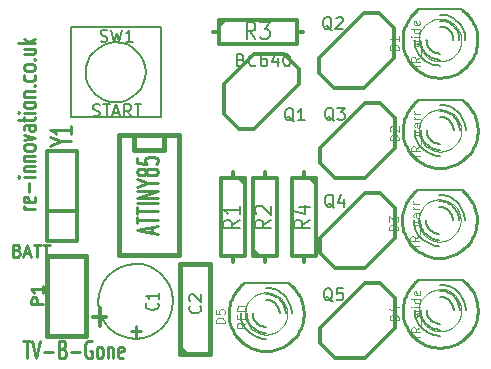
<source format=gto>
G04 (created by PCBNEW-RS274X (2011-12-21 BZR 3253)-stable) date 29/03/2012 15:53:19*
G01*
G70*
G90*
%MOIN*%
G04 Gerber Fmt 3.4, Leading zero omitted, Abs format*
%FSLAX34Y34*%
G04 APERTURE LIST*
%ADD10C,0.006000*%
%ADD11C,0.012000*%
%ADD12C,0.009900*%
%ADD13C,0.015000*%
%ADD14C,0.005000*%
%ADD15C,0.008000*%
%ADD16C,0.003000*%
%ADD17C,0.010000*%
%ADD18C,0.003500*%
%ADD19C,0.011300*%
%ADD20C,0.010600*%
G04 APERTURE END LIST*
G54D10*
G54D11*
X41122Y-31729D02*
X41579Y-31729D01*
X41350Y-32034D02*
X41350Y-31424D01*
G54D12*
X39209Y-28122D02*
X38815Y-28122D01*
X38927Y-28122D02*
X38871Y-28103D01*
X38843Y-28085D01*
X38815Y-28047D01*
X38815Y-28010D01*
X39181Y-27728D02*
X39209Y-27766D01*
X39209Y-27841D01*
X39181Y-27878D01*
X39124Y-27897D01*
X38899Y-27897D01*
X38843Y-27878D01*
X38815Y-27841D01*
X38815Y-27766D01*
X38843Y-27728D01*
X38899Y-27709D01*
X38955Y-27709D01*
X39012Y-27897D01*
X38984Y-27540D02*
X38984Y-27240D01*
X39209Y-27052D02*
X38815Y-27052D01*
X38618Y-27052D02*
X38646Y-27071D01*
X38674Y-27052D01*
X38646Y-27033D01*
X38618Y-27052D01*
X38674Y-27052D01*
X38815Y-26864D02*
X39209Y-26864D01*
X38871Y-26864D02*
X38843Y-26845D01*
X38815Y-26808D01*
X38815Y-26752D01*
X38843Y-26714D01*
X38899Y-26695D01*
X39209Y-26695D01*
X38815Y-26508D02*
X39209Y-26508D01*
X38871Y-26508D02*
X38843Y-26489D01*
X38815Y-26452D01*
X38815Y-26396D01*
X38843Y-26358D01*
X38899Y-26339D01*
X39209Y-26339D01*
X39209Y-26096D02*
X39181Y-26133D01*
X39152Y-26152D01*
X39096Y-26171D01*
X38927Y-26171D01*
X38871Y-26152D01*
X38843Y-26133D01*
X38815Y-26096D01*
X38815Y-26040D01*
X38843Y-26002D01*
X38871Y-25983D01*
X38927Y-25965D01*
X39096Y-25965D01*
X39152Y-25983D01*
X39181Y-26002D01*
X39209Y-26040D01*
X39209Y-26096D01*
X38815Y-25834D02*
X39209Y-25740D01*
X38815Y-25646D01*
X39209Y-25327D02*
X38899Y-25327D01*
X38843Y-25346D01*
X38815Y-25384D01*
X38815Y-25459D01*
X38843Y-25496D01*
X39181Y-25327D02*
X39209Y-25365D01*
X39209Y-25459D01*
X39181Y-25496D01*
X39124Y-25515D01*
X39068Y-25515D01*
X39012Y-25496D01*
X38984Y-25459D01*
X38984Y-25365D01*
X38955Y-25327D01*
X38815Y-25196D02*
X38815Y-25046D01*
X38618Y-25140D02*
X39124Y-25140D01*
X39181Y-25121D01*
X39209Y-25084D01*
X39209Y-25046D01*
X39209Y-24915D02*
X38815Y-24915D01*
X38618Y-24915D02*
X38646Y-24934D01*
X38674Y-24915D01*
X38646Y-24896D01*
X38618Y-24915D01*
X38674Y-24915D01*
X39209Y-24671D02*
X39181Y-24708D01*
X39152Y-24727D01*
X39096Y-24746D01*
X38927Y-24746D01*
X38871Y-24727D01*
X38843Y-24708D01*
X38815Y-24671D01*
X38815Y-24615D01*
X38843Y-24577D01*
X38871Y-24558D01*
X38927Y-24540D01*
X39096Y-24540D01*
X39152Y-24558D01*
X39181Y-24577D01*
X39209Y-24615D01*
X39209Y-24671D01*
X38815Y-24371D02*
X39209Y-24371D01*
X38871Y-24371D02*
X38843Y-24352D01*
X38815Y-24315D01*
X38815Y-24259D01*
X38843Y-24221D01*
X38899Y-24202D01*
X39209Y-24202D01*
X39152Y-24015D02*
X39181Y-23996D01*
X39209Y-24015D01*
X39181Y-24034D01*
X39152Y-24015D01*
X39209Y-24015D01*
X39181Y-23658D02*
X39209Y-23696D01*
X39209Y-23771D01*
X39181Y-23808D01*
X39152Y-23827D01*
X39096Y-23846D01*
X38927Y-23846D01*
X38871Y-23827D01*
X38843Y-23808D01*
X38815Y-23771D01*
X38815Y-23696D01*
X38843Y-23658D01*
X39209Y-23433D02*
X39181Y-23470D01*
X39152Y-23489D01*
X39096Y-23508D01*
X38927Y-23508D01*
X38871Y-23489D01*
X38843Y-23470D01*
X38815Y-23433D01*
X38815Y-23377D01*
X38843Y-23339D01*
X38871Y-23320D01*
X38927Y-23302D01*
X39096Y-23302D01*
X39152Y-23320D01*
X39181Y-23339D01*
X39209Y-23377D01*
X39209Y-23433D01*
X39152Y-23133D02*
X39181Y-23114D01*
X39209Y-23133D01*
X39181Y-23152D01*
X39152Y-23133D01*
X39209Y-23133D01*
X38815Y-22776D02*
X39209Y-22776D01*
X38815Y-22945D02*
X39124Y-22945D01*
X39181Y-22926D01*
X39209Y-22889D01*
X39209Y-22833D01*
X39181Y-22795D01*
X39152Y-22776D01*
X39209Y-22589D02*
X38618Y-22589D01*
X38984Y-22552D02*
X39209Y-22439D01*
X38815Y-22439D02*
X39040Y-22589D01*
X38812Y-32508D02*
X39037Y-32508D01*
X38924Y-33099D02*
X38924Y-32508D01*
X39112Y-32508D02*
X39243Y-33099D01*
X39374Y-32508D01*
X39506Y-32874D02*
X39806Y-32874D01*
X40125Y-32789D02*
X40181Y-32817D01*
X40200Y-32845D01*
X40219Y-32902D01*
X40219Y-32986D01*
X40200Y-33042D01*
X40181Y-33071D01*
X40144Y-33099D01*
X39994Y-33099D01*
X39994Y-32508D01*
X40125Y-32508D01*
X40163Y-32536D01*
X40181Y-32564D01*
X40200Y-32620D01*
X40200Y-32677D01*
X40181Y-32733D01*
X40163Y-32761D01*
X40125Y-32789D01*
X39994Y-32789D01*
X40388Y-32874D02*
X40688Y-32874D01*
X41082Y-32536D02*
X41045Y-32508D01*
X40988Y-32508D01*
X40932Y-32536D01*
X40895Y-32592D01*
X40876Y-32648D01*
X40857Y-32761D01*
X40857Y-32845D01*
X40876Y-32958D01*
X40895Y-33014D01*
X40932Y-33071D01*
X40988Y-33099D01*
X41026Y-33099D01*
X41082Y-33071D01*
X41101Y-33042D01*
X41101Y-32845D01*
X41026Y-32845D01*
X41326Y-33099D02*
X41289Y-33071D01*
X41270Y-33042D01*
X41251Y-32986D01*
X41251Y-32817D01*
X41270Y-32761D01*
X41289Y-32733D01*
X41326Y-32705D01*
X41382Y-32705D01*
X41420Y-32733D01*
X41439Y-32761D01*
X41457Y-32817D01*
X41457Y-32986D01*
X41439Y-33042D01*
X41420Y-33071D01*
X41382Y-33099D01*
X41326Y-33099D01*
X41626Y-32705D02*
X41626Y-33099D01*
X41626Y-32761D02*
X41645Y-32733D01*
X41682Y-32705D01*
X41738Y-32705D01*
X41776Y-32733D01*
X41795Y-32789D01*
X41795Y-33099D01*
X42132Y-33071D02*
X42094Y-33099D01*
X42019Y-33099D01*
X41982Y-33071D01*
X41963Y-33014D01*
X41963Y-32789D01*
X41982Y-32733D01*
X42019Y-32705D01*
X42094Y-32705D01*
X42132Y-32733D01*
X42151Y-32789D01*
X42151Y-32845D01*
X41963Y-32902D01*
G54D11*
X46510Y-25450D02*
X48010Y-23950D01*
X48010Y-23950D02*
X48010Y-23450D01*
X48010Y-23450D02*
X47510Y-22950D01*
X47510Y-22950D02*
X46510Y-22950D01*
X46510Y-22950D02*
X45510Y-23950D01*
X45510Y-23950D02*
X45510Y-24950D01*
X45510Y-24950D02*
X46010Y-25450D01*
X46010Y-25450D02*
X46510Y-25450D01*
G54D13*
X40900Y-32350D02*
X40900Y-29700D01*
X40900Y-29700D02*
X39600Y-29700D01*
X39600Y-29700D02*
X39600Y-32350D01*
X39600Y-32350D02*
X40900Y-32350D01*
X39600Y-29700D02*
X40900Y-29700D01*
X40900Y-32350D02*
X39600Y-32350D01*
G54D14*
X42885Y-23565D02*
X42865Y-23759D01*
X42809Y-23946D01*
X42717Y-24118D01*
X42594Y-24269D01*
X42444Y-24394D01*
X42272Y-24486D01*
X42086Y-24544D01*
X41891Y-24564D01*
X41698Y-24547D01*
X41511Y-24492D01*
X41338Y-24401D01*
X41186Y-24279D01*
X41060Y-24129D01*
X40966Y-23958D01*
X40907Y-23772D01*
X40886Y-23578D01*
X40902Y-23385D01*
X40956Y-23197D01*
X41045Y-23024D01*
X41166Y-22871D01*
X41315Y-22744D01*
X41485Y-22649D01*
X41671Y-22589D01*
X41865Y-22566D01*
X42058Y-22581D01*
X42246Y-22633D01*
X42420Y-22721D01*
X42574Y-22841D01*
X42702Y-22989D01*
X42798Y-23159D01*
X42860Y-23344D01*
X42884Y-23538D01*
X42885Y-23565D01*
X40385Y-22065D02*
X43385Y-22065D01*
X43385Y-22065D02*
X43385Y-25065D01*
X43385Y-25065D02*
X40385Y-25065D01*
X40385Y-22065D02*
X40385Y-25065D01*
G54D11*
X50200Y-30600D02*
X48700Y-32100D01*
X48700Y-32100D02*
X48700Y-32600D01*
X48700Y-32600D02*
X49200Y-33100D01*
X49200Y-33100D02*
X50200Y-33100D01*
X50200Y-33100D02*
X51200Y-32100D01*
X51200Y-32100D02*
X51200Y-31100D01*
X51200Y-31100D02*
X50700Y-30600D01*
X50700Y-30600D02*
X50200Y-30600D01*
G54D15*
X53450Y-24480D02*
X51950Y-24480D01*
G54D16*
X53407Y-25500D02*
X53393Y-25637D01*
X53353Y-25769D01*
X53288Y-25891D01*
X53201Y-25998D01*
X53095Y-26086D01*
X52973Y-26151D01*
X52842Y-26192D01*
X52704Y-26206D01*
X52568Y-26194D01*
X52436Y-26155D01*
X52313Y-26091D01*
X52206Y-26005D01*
X52117Y-25899D01*
X52051Y-25778D01*
X52009Y-25646D01*
X51994Y-25509D01*
X52005Y-25373D01*
X52043Y-25240D01*
X52106Y-25118D01*
X52192Y-25009D01*
X52297Y-24920D01*
X52417Y-24853D01*
X52549Y-24810D01*
X52686Y-24794D01*
X52822Y-24804D01*
X52955Y-24841D01*
X53078Y-24904D01*
X53187Y-24989D01*
X53277Y-25093D01*
X53345Y-25213D01*
X53389Y-25344D01*
X53406Y-25481D01*
X53407Y-25500D01*
G54D17*
X51950Y-24501D02*
X51866Y-24570D01*
X51788Y-24646D01*
X51717Y-24729D01*
X51653Y-24818D01*
X51598Y-24912D01*
X51551Y-25010D01*
X51512Y-25112D01*
X51483Y-25217D01*
X51463Y-25324D01*
X51452Y-25433D01*
X51451Y-25541D01*
X51460Y-25650D01*
X51477Y-25757D01*
X51504Y-25863D01*
X51541Y-25966D01*
X51586Y-26065D01*
X51639Y-26160D01*
X51701Y-26250D01*
X51770Y-26334D01*
X51846Y-26412D01*
X51929Y-26483D01*
X52018Y-26547D01*
X52112Y-26602D01*
X52210Y-26649D01*
X52312Y-26688D01*
X52417Y-26717D01*
X52524Y-26737D01*
X52633Y-26748D01*
X52741Y-26749D01*
X52850Y-26740D01*
X52957Y-26723D01*
X53063Y-26696D01*
X53166Y-26659D01*
X53265Y-26614D01*
X53360Y-26561D01*
X53450Y-26499D01*
X53534Y-26430D01*
X53612Y-26354D01*
X53683Y-26271D01*
X53747Y-26182D01*
X53802Y-26088D01*
X53849Y-25990D01*
X53888Y-25888D01*
X53917Y-25783D01*
X53937Y-25676D01*
X53948Y-25567D01*
X53949Y-25459D01*
X53940Y-25350D01*
X53923Y-25243D01*
X53896Y-25137D01*
X53859Y-25034D01*
X53814Y-24935D01*
X53761Y-24840D01*
X53699Y-24750D01*
X53630Y-24666D01*
X53554Y-24588D01*
X53471Y-24517D01*
X53450Y-24501D01*
G54D10*
X52250Y-25500D02*
X52252Y-25539D01*
X52257Y-25578D01*
X52266Y-25616D01*
X52278Y-25653D01*
X52293Y-25690D01*
X52311Y-25724D01*
X52332Y-25758D01*
X52356Y-25789D01*
X52382Y-25818D01*
X52411Y-25844D01*
X52442Y-25868D01*
X52476Y-25889D01*
X52510Y-25907D01*
X52547Y-25922D01*
X52584Y-25934D01*
X52622Y-25943D01*
X52661Y-25948D01*
X52700Y-25950D01*
X53150Y-25500D02*
X53148Y-25461D01*
X53143Y-25422D01*
X53134Y-25384D01*
X53122Y-25347D01*
X53107Y-25310D01*
X53089Y-25276D01*
X53068Y-25242D01*
X53044Y-25211D01*
X53018Y-25182D01*
X52989Y-25156D01*
X52958Y-25132D01*
X52925Y-25111D01*
X52890Y-25093D01*
X52853Y-25078D01*
X52816Y-25066D01*
X52778Y-25057D01*
X52739Y-25052D01*
X52700Y-25050D01*
X52050Y-25500D02*
X52053Y-25556D01*
X52060Y-25612D01*
X52073Y-25668D01*
X52090Y-25722D01*
X52111Y-25774D01*
X52138Y-25824D01*
X52168Y-25872D01*
X52203Y-25917D01*
X52241Y-25959D01*
X52283Y-25997D01*
X52328Y-26032D01*
X52376Y-26062D01*
X52426Y-26089D01*
X52478Y-26110D01*
X52532Y-26127D01*
X52588Y-26140D01*
X52644Y-26147D01*
X52700Y-26150D01*
X53350Y-25500D02*
X53347Y-25444D01*
X53340Y-25388D01*
X53327Y-25332D01*
X53310Y-25278D01*
X53289Y-25226D01*
X53262Y-25176D01*
X53232Y-25128D01*
X53197Y-25083D01*
X53159Y-25041D01*
X53117Y-25003D01*
X53072Y-24968D01*
X53025Y-24938D01*
X52974Y-24911D01*
X52922Y-24890D01*
X52868Y-24873D01*
X52812Y-24860D01*
X52756Y-24853D01*
X52700Y-24850D01*
X51850Y-25500D02*
X51854Y-25574D01*
X51863Y-25647D01*
X51879Y-25719D01*
X51902Y-25790D01*
X51930Y-25859D01*
X51964Y-25924D01*
X52004Y-25987D01*
X52049Y-26046D01*
X52099Y-26101D01*
X52154Y-26151D01*
X52213Y-26196D01*
X52276Y-26236D01*
X52341Y-26270D01*
X52410Y-26298D01*
X52481Y-26321D01*
X52553Y-26337D01*
X52626Y-26346D01*
X52700Y-26350D01*
X53550Y-25500D02*
X53546Y-25426D01*
X53537Y-25353D01*
X53521Y-25281D01*
X53498Y-25210D01*
X53470Y-25141D01*
X53436Y-25076D01*
X53396Y-25013D01*
X53351Y-24954D01*
X53301Y-24899D01*
X53246Y-24849D01*
X53187Y-24804D01*
X53125Y-24764D01*
X53059Y-24730D01*
X52990Y-24702D01*
X52919Y-24679D01*
X52847Y-24663D01*
X52774Y-24654D01*
X52700Y-24650D01*
G54D13*
X43500Y-25650D02*
X43500Y-26150D01*
X43500Y-26150D02*
X42500Y-26150D01*
X42500Y-26150D02*
X42500Y-25650D01*
X44000Y-25650D02*
X44000Y-29650D01*
X44000Y-29650D02*
X42000Y-29650D01*
X42000Y-29650D02*
X42000Y-25650D01*
X42000Y-25650D02*
X44000Y-25650D01*
G54D14*
X43800Y-31200D02*
X43776Y-31442D01*
X43705Y-31676D01*
X43591Y-31891D01*
X43436Y-32080D01*
X43248Y-32236D01*
X43034Y-32352D01*
X42801Y-32424D01*
X42558Y-32449D01*
X42316Y-32427D01*
X42082Y-32358D01*
X41866Y-32245D01*
X41676Y-32093D01*
X41519Y-31906D01*
X41402Y-31692D01*
X41328Y-31459D01*
X41301Y-31217D01*
X41321Y-30975D01*
X41388Y-30740D01*
X41500Y-30523D01*
X41651Y-30332D01*
X41837Y-30174D01*
X42050Y-30055D01*
X42282Y-29980D01*
X42524Y-29951D01*
X42767Y-29969D01*
X43002Y-30035D01*
X43219Y-30145D01*
X43412Y-30295D01*
X43571Y-30480D01*
X43691Y-30692D01*
X43768Y-30924D01*
X43799Y-31166D01*
X43800Y-31200D01*
G54D15*
X53425Y-27480D02*
X51925Y-27480D01*
G54D16*
X53382Y-28500D02*
X53368Y-28637D01*
X53328Y-28769D01*
X53263Y-28891D01*
X53176Y-28998D01*
X53070Y-29086D01*
X52948Y-29151D01*
X52817Y-29192D01*
X52679Y-29206D01*
X52543Y-29194D01*
X52411Y-29155D01*
X52288Y-29091D01*
X52181Y-29005D01*
X52092Y-28899D01*
X52026Y-28778D01*
X51984Y-28646D01*
X51969Y-28509D01*
X51980Y-28373D01*
X52018Y-28240D01*
X52081Y-28118D01*
X52167Y-28009D01*
X52272Y-27920D01*
X52392Y-27853D01*
X52524Y-27810D01*
X52661Y-27794D01*
X52797Y-27804D01*
X52930Y-27841D01*
X53053Y-27904D01*
X53162Y-27989D01*
X53252Y-28093D01*
X53320Y-28213D01*
X53364Y-28344D01*
X53381Y-28481D01*
X53382Y-28500D01*
G54D17*
X51925Y-27501D02*
X51841Y-27570D01*
X51763Y-27646D01*
X51692Y-27729D01*
X51628Y-27818D01*
X51573Y-27912D01*
X51526Y-28010D01*
X51487Y-28112D01*
X51458Y-28217D01*
X51438Y-28324D01*
X51427Y-28433D01*
X51426Y-28541D01*
X51435Y-28650D01*
X51452Y-28757D01*
X51479Y-28863D01*
X51516Y-28966D01*
X51561Y-29065D01*
X51614Y-29160D01*
X51676Y-29250D01*
X51745Y-29334D01*
X51821Y-29412D01*
X51904Y-29483D01*
X51993Y-29547D01*
X52087Y-29602D01*
X52185Y-29649D01*
X52287Y-29688D01*
X52392Y-29717D01*
X52499Y-29737D01*
X52608Y-29748D01*
X52716Y-29749D01*
X52825Y-29740D01*
X52932Y-29723D01*
X53038Y-29696D01*
X53141Y-29659D01*
X53240Y-29614D01*
X53335Y-29561D01*
X53425Y-29499D01*
X53509Y-29430D01*
X53587Y-29354D01*
X53658Y-29271D01*
X53722Y-29182D01*
X53777Y-29088D01*
X53824Y-28990D01*
X53863Y-28888D01*
X53892Y-28783D01*
X53912Y-28676D01*
X53923Y-28567D01*
X53924Y-28459D01*
X53915Y-28350D01*
X53898Y-28243D01*
X53871Y-28137D01*
X53834Y-28034D01*
X53789Y-27935D01*
X53736Y-27840D01*
X53674Y-27750D01*
X53605Y-27666D01*
X53529Y-27588D01*
X53446Y-27517D01*
X53425Y-27501D01*
G54D10*
X52225Y-28500D02*
X52227Y-28539D01*
X52232Y-28578D01*
X52241Y-28616D01*
X52253Y-28653D01*
X52268Y-28690D01*
X52286Y-28724D01*
X52307Y-28758D01*
X52331Y-28789D01*
X52357Y-28818D01*
X52386Y-28844D01*
X52417Y-28868D01*
X52451Y-28889D01*
X52485Y-28907D01*
X52522Y-28922D01*
X52559Y-28934D01*
X52597Y-28943D01*
X52636Y-28948D01*
X52675Y-28950D01*
X53125Y-28500D02*
X53123Y-28461D01*
X53118Y-28422D01*
X53109Y-28384D01*
X53097Y-28347D01*
X53082Y-28310D01*
X53064Y-28276D01*
X53043Y-28242D01*
X53019Y-28211D01*
X52993Y-28182D01*
X52964Y-28156D01*
X52933Y-28132D01*
X52900Y-28111D01*
X52865Y-28093D01*
X52828Y-28078D01*
X52791Y-28066D01*
X52753Y-28057D01*
X52714Y-28052D01*
X52675Y-28050D01*
X52025Y-28500D02*
X52028Y-28556D01*
X52035Y-28612D01*
X52048Y-28668D01*
X52065Y-28722D01*
X52086Y-28774D01*
X52113Y-28824D01*
X52143Y-28872D01*
X52178Y-28917D01*
X52216Y-28959D01*
X52258Y-28997D01*
X52303Y-29032D01*
X52351Y-29062D01*
X52401Y-29089D01*
X52453Y-29110D01*
X52507Y-29127D01*
X52563Y-29140D01*
X52619Y-29147D01*
X52675Y-29150D01*
X53325Y-28500D02*
X53322Y-28444D01*
X53315Y-28388D01*
X53302Y-28332D01*
X53285Y-28278D01*
X53264Y-28226D01*
X53237Y-28176D01*
X53207Y-28128D01*
X53172Y-28083D01*
X53134Y-28041D01*
X53092Y-28003D01*
X53047Y-27968D01*
X53000Y-27938D01*
X52949Y-27911D01*
X52897Y-27890D01*
X52843Y-27873D01*
X52787Y-27860D01*
X52731Y-27853D01*
X52675Y-27850D01*
X51825Y-28500D02*
X51829Y-28574D01*
X51838Y-28647D01*
X51854Y-28719D01*
X51877Y-28790D01*
X51905Y-28859D01*
X51939Y-28924D01*
X51979Y-28987D01*
X52024Y-29046D01*
X52074Y-29101D01*
X52129Y-29151D01*
X52188Y-29196D01*
X52251Y-29236D01*
X52316Y-29270D01*
X52385Y-29298D01*
X52456Y-29321D01*
X52528Y-29337D01*
X52601Y-29346D01*
X52675Y-29350D01*
X53525Y-28500D02*
X53521Y-28426D01*
X53512Y-28353D01*
X53496Y-28281D01*
X53473Y-28210D01*
X53445Y-28141D01*
X53411Y-28076D01*
X53371Y-28013D01*
X53326Y-27954D01*
X53276Y-27899D01*
X53221Y-27849D01*
X53162Y-27804D01*
X53100Y-27764D01*
X53034Y-27730D01*
X52965Y-27702D01*
X52894Y-27679D01*
X52822Y-27663D01*
X52749Y-27654D01*
X52675Y-27650D01*
G54D15*
X53450Y-30475D02*
X51950Y-30475D01*
G54D16*
X53407Y-31495D02*
X53393Y-31632D01*
X53353Y-31764D01*
X53288Y-31886D01*
X53201Y-31993D01*
X53095Y-32081D01*
X52973Y-32146D01*
X52842Y-32187D01*
X52704Y-32201D01*
X52568Y-32189D01*
X52436Y-32150D01*
X52313Y-32086D01*
X52206Y-32000D01*
X52117Y-31894D01*
X52051Y-31773D01*
X52009Y-31641D01*
X51994Y-31504D01*
X52005Y-31368D01*
X52043Y-31235D01*
X52106Y-31113D01*
X52192Y-31004D01*
X52297Y-30915D01*
X52417Y-30848D01*
X52549Y-30805D01*
X52686Y-30789D01*
X52822Y-30799D01*
X52955Y-30836D01*
X53078Y-30899D01*
X53187Y-30984D01*
X53277Y-31088D01*
X53345Y-31208D01*
X53389Y-31339D01*
X53406Y-31476D01*
X53407Y-31495D01*
G54D17*
X51950Y-30496D02*
X51866Y-30565D01*
X51788Y-30641D01*
X51717Y-30724D01*
X51653Y-30813D01*
X51598Y-30907D01*
X51551Y-31005D01*
X51512Y-31107D01*
X51483Y-31212D01*
X51463Y-31319D01*
X51452Y-31428D01*
X51451Y-31536D01*
X51460Y-31645D01*
X51477Y-31752D01*
X51504Y-31858D01*
X51541Y-31961D01*
X51586Y-32060D01*
X51639Y-32155D01*
X51701Y-32245D01*
X51770Y-32329D01*
X51846Y-32407D01*
X51929Y-32478D01*
X52018Y-32542D01*
X52112Y-32597D01*
X52210Y-32644D01*
X52312Y-32683D01*
X52417Y-32712D01*
X52524Y-32732D01*
X52633Y-32743D01*
X52741Y-32744D01*
X52850Y-32735D01*
X52957Y-32718D01*
X53063Y-32691D01*
X53166Y-32654D01*
X53265Y-32609D01*
X53360Y-32556D01*
X53450Y-32494D01*
X53534Y-32425D01*
X53612Y-32349D01*
X53683Y-32266D01*
X53747Y-32177D01*
X53802Y-32083D01*
X53849Y-31985D01*
X53888Y-31883D01*
X53917Y-31778D01*
X53937Y-31671D01*
X53948Y-31562D01*
X53949Y-31454D01*
X53940Y-31345D01*
X53923Y-31238D01*
X53896Y-31132D01*
X53859Y-31029D01*
X53814Y-30930D01*
X53761Y-30835D01*
X53699Y-30745D01*
X53630Y-30661D01*
X53554Y-30583D01*
X53471Y-30512D01*
X53450Y-30496D01*
G54D10*
X52250Y-31495D02*
X52252Y-31534D01*
X52257Y-31573D01*
X52266Y-31611D01*
X52278Y-31648D01*
X52293Y-31685D01*
X52311Y-31719D01*
X52332Y-31753D01*
X52356Y-31784D01*
X52382Y-31813D01*
X52411Y-31839D01*
X52442Y-31863D01*
X52476Y-31884D01*
X52510Y-31902D01*
X52547Y-31917D01*
X52584Y-31929D01*
X52622Y-31938D01*
X52661Y-31943D01*
X52700Y-31945D01*
X53150Y-31495D02*
X53148Y-31456D01*
X53143Y-31417D01*
X53134Y-31379D01*
X53122Y-31342D01*
X53107Y-31305D01*
X53089Y-31271D01*
X53068Y-31237D01*
X53044Y-31206D01*
X53018Y-31177D01*
X52989Y-31151D01*
X52958Y-31127D01*
X52925Y-31106D01*
X52890Y-31088D01*
X52853Y-31073D01*
X52816Y-31061D01*
X52778Y-31052D01*
X52739Y-31047D01*
X52700Y-31045D01*
X52050Y-31495D02*
X52053Y-31551D01*
X52060Y-31607D01*
X52073Y-31663D01*
X52090Y-31717D01*
X52111Y-31769D01*
X52138Y-31819D01*
X52168Y-31867D01*
X52203Y-31912D01*
X52241Y-31954D01*
X52283Y-31992D01*
X52328Y-32027D01*
X52376Y-32057D01*
X52426Y-32084D01*
X52478Y-32105D01*
X52532Y-32122D01*
X52588Y-32135D01*
X52644Y-32142D01*
X52700Y-32145D01*
X53350Y-31495D02*
X53347Y-31439D01*
X53340Y-31383D01*
X53327Y-31327D01*
X53310Y-31273D01*
X53289Y-31221D01*
X53262Y-31171D01*
X53232Y-31123D01*
X53197Y-31078D01*
X53159Y-31036D01*
X53117Y-30998D01*
X53072Y-30963D01*
X53025Y-30933D01*
X52974Y-30906D01*
X52922Y-30885D01*
X52868Y-30868D01*
X52812Y-30855D01*
X52756Y-30848D01*
X52700Y-30845D01*
X51850Y-31495D02*
X51854Y-31569D01*
X51863Y-31642D01*
X51879Y-31714D01*
X51902Y-31785D01*
X51930Y-31854D01*
X51964Y-31919D01*
X52004Y-31982D01*
X52049Y-32041D01*
X52099Y-32096D01*
X52154Y-32146D01*
X52213Y-32191D01*
X52276Y-32231D01*
X52341Y-32265D01*
X52410Y-32293D01*
X52481Y-32316D01*
X52553Y-32332D01*
X52626Y-32341D01*
X52700Y-32345D01*
X53550Y-31495D02*
X53546Y-31421D01*
X53537Y-31348D01*
X53521Y-31276D01*
X53498Y-31205D01*
X53470Y-31136D01*
X53436Y-31071D01*
X53396Y-31008D01*
X53351Y-30949D01*
X53301Y-30894D01*
X53246Y-30844D01*
X53187Y-30799D01*
X53125Y-30759D01*
X53059Y-30725D01*
X52990Y-30697D01*
X52919Y-30674D01*
X52847Y-30658D01*
X52774Y-30649D01*
X52700Y-30645D01*
G54D15*
X47650Y-30580D02*
X46150Y-30580D01*
G54D16*
X47607Y-31600D02*
X47593Y-31737D01*
X47553Y-31869D01*
X47488Y-31991D01*
X47401Y-32098D01*
X47295Y-32186D01*
X47173Y-32251D01*
X47042Y-32292D01*
X46904Y-32306D01*
X46768Y-32294D01*
X46636Y-32255D01*
X46513Y-32191D01*
X46406Y-32105D01*
X46317Y-31999D01*
X46251Y-31878D01*
X46209Y-31746D01*
X46194Y-31609D01*
X46205Y-31473D01*
X46243Y-31340D01*
X46306Y-31218D01*
X46392Y-31109D01*
X46497Y-31020D01*
X46617Y-30953D01*
X46749Y-30910D01*
X46886Y-30894D01*
X47022Y-30904D01*
X47155Y-30941D01*
X47278Y-31004D01*
X47387Y-31089D01*
X47477Y-31193D01*
X47545Y-31313D01*
X47589Y-31444D01*
X47606Y-31581D01*
X47607Y-31600D01*
G54D17*
X46150Y-30601D02*
X46066Y-30670D01*
X45988Y-30746D01*
X45917Y-30829D01*
X45853Y-30918D01*
X45798Y-31012D01*
X45751Y-31110D01*
X45712Y-31212D01*
X45683Y-31317D01*
X45663Y-31424D01*
X45652Y-31533D01*
X45651Y-31641D01*
X45660Y-31750D01*
X45677Y-31857D01*
X45704Y-31963D01*
X45741Y-32066D01*
X45786Y-32165D01*
X45839Y-32260D01*
X45901Y-32350D01*
X45970Y-32434D01*
X46046Y-32512D01*
X46129Y-32583D01*
X46218Y-32647D01*
X46312Y-32702D01*
X46410Y-32749D01*
X46512Y-32788D01*
X46617Y-32817D01*
X46724Y-32837D01*
X46833Y-32848D01*
X46941Y-32849D01*
X47050Y-32840D01*
X47157Y-32823D01*
X47263Y-32796D01*
X47366Y-32759D01*
X47465Y-32714D01*
X47560Y-32661D01*
X47650Y-32599D01*
X47734Y-32530D01*
X47812Y-32454D01*
X47883Y-32371D01*
X47947Y-32282D01*
X48002Y-32188D01*
X48049Y-32090D01*
X48088Y-31988D01*
X48117Y-31883D01*
X48137Y-31776D01*
X48148Y-31667D01*
X48149Y-31559D01*
X48140Y-31450D01*
X48123Y-31343D01*
X48096Y-31237D01*
X48059Y-31134D01*
X48014Y-31035D01*
X47961Y-30940D01*
X47899Y-30850D01*
X47830Y-30766D01*
X47754Y-30688D01*
X47671Y-30617D01*
X47650Y-30601D01*
G54D10*
X46450Y-31600D02*
X46452Y-31639D01*
X46457Y-31678D01*
X46466Y-31716D01*
X46478Y-31753D01*
X46493Y-31790D01*
X46511Y-31824D01*
X46532Y-31858D01*
X46556Y-31889D01*
X46582Y-31918D01*
X46611Y-31944D01*
X46642Y-31968D01*
X46676Y-31989D01*
X46710Y-32007D01*
X46747Y-32022D01*
X46784Y-32034D01*
X46822Y-32043D01*
X46861Y-32048D01*
X46900Y-32050D01*
X47350Y-31600D02*
X47348Y-31561D01*
X47343Y-31522D01*
X47334Y-31484D01*
X47322Y-31447D01*
X47307Y-31410D01*
X47289Y-31376D01*
X47268Y-31342D01*
X47244Y-31311D01*
X47218Y-31282D01*
X47189Y-31256D01*
X47158Y-31232D01*
X47125Y-31211D01*
X47090Y-31193D01*
X47053Y-31178D01*
X47016Y-31166D01*
X46978Y-31157D01*
X46939Y-31152D01*
X46900Y-31150D01*
X46250Y-31600D02*
X46253Y-31656D01*
X46260Y-31712D01*
X46273Y-31768D01*
X46290Y-31822D01*
X46311Y-31874D01*
X46338Y-31924D01*
X46368Y-31972D01*
X46403Y-32017D01*
X46441Y-32059D01*
X46483Y-32097D01*
X46528Y-32132D01*
X46576Y-32162D01*
X46626Y-32189D01*
X46678Y-32210D01*
X46732Y-32227D01*
X46788Y-32240D01*
X46844Y-32247D01*
X46900Y-32250D01*
X47550Y-31600D02*
X47547Y-31544D01*
X47540Y-31488D01*
X47527Y-31432D01*
X47510Y-31378D01*
X47489Y-31326D01*
X47462Y-31276D01*
X47432Y-31228D01*
X47397Y-31183D01*
X47359Y-31141D01*
X47317Y-31103D01*
X47272Y-31068D01*
X47225Y-31038D01*
X47174Y-31011D01*
X47122Y-30990D01*
X47068Y-30973D01*
X47012Y-30960D01*
X46956Y-30953D01*
X46900Y-30950D01*
X46050Y-31600D02*
X46054Y-31674D01*
X46063Y-31747D01*
X46079Y-31819D01*
X46102Y-31890D01*
X46130Y-31959D01*
X46164Y-32024D01*
X46204Y-32087D01*
X46249Y-32146D01*
X46299Y-32201D01*
X46354Y-32251D01*
X46413Y-32296D01*
X46476Y-32336D01*
X46541Y-32370D01*
X46610Y-32398D01*
X46681Y-32421D01*
X46753Y-32437D01*
X46826Y-32446D01*
X46900Y-32450D01*
X47750Y-31600D02*
X47746Y-31526D01*
X47737Y-31453D01*
X47721Y-31381D01*
X47698Y-31310D01*
X47670Y-31241D01*
X47636Y-31176D01*
X47596Y-31113D01*
X47551Y-31054D01*
X47501Y-30999D01*
X47446Y-30949D01*
X47387Y-30904D01*
X47325Y-30864D01*
X47259Y-30830D01*
X47190Y-30802D01*
X47119Y-30779D01*
X47047Y-30763D01*
X46974Y-30754D01*
X46900Y-30750D01*
G54D11*
X48150Y-26900D02*
X48150Y-27100D01*
X48150Y-29900D02*
X48150Y-29700D01*
X48150Y-29700D02*
X48550Y-29700D01*
X48550Y-29700D02*
X48550Y-27100D01*
X48550Y-27100D02*
X47750Y-27100D01*
X47750Y-27100D02*
X47750Y-29700D01*
X47750Y-29700D02*
X48150Y-29700D01*
X48350Y-27100D02*
X48550Y-27300D01*
X45120Y-22230D02*
X45320Y-22230D01*
X48120Y-22230D02*
X47920Y-22230D01*
X47920Y-22230D02*
X47920Y-21830D01*
X47920Y-21830D02*
X45320Y-21830D01*
X45320Y-21830D02*
X45320Y-22630D01*
X45320Y-22630D02*
X47920Y-22630D01*
X47920Y-22630D02*
X47920Y-22230D01*
X45320Y-22030D02*
X45520Y-21830D01*
X46850Y-29900D02*
X46850Y-29700D01*
X46850Y-26900D02*
X46850Y-27100D01*
X46850Y-27100D02*
X46450Y-27100D01*
X46450Y-27100D02*
X46450Y-29700D01*
X46450Y-29700D02*
X47250Y-29700D01*
X47250Y-29700D02*
X47250Y-27100D01*
X47250Y-27100D02*
X46850Y-27100D01*
X46650Y-29700D02*
X46450Y-29500D01*
X45800Y-26900D02*
X45800Y-27100D01*
X45800Y-29900D02*
X45800Y-29700D01*
X45800Y-29700D02*
X46200Y-29700D01*
X46200Y-29700D02*
X46200Y-27100D01*
X46200Y-27100D02*
X45400Y-27100D01*
X45400Y-27100D02*
X45400Y-29700D01*
X45400Y-29700D02*
X45800Y-29700D01*
X46000Y-27100D02*
X46200Y-27300D01*
X50170Y-21580D02*
X48670Y-23080D01*
X48670Y-23080D02*
X48670Y-23580D01*
X48670Y-23580D02*
X49170Y-24080D01*
X49170Y-24080D02*
X50170Y-24080D01*
X50170Y-24080D02*
X51170Y-23080D01*
X51170Y-23080D02*
X51170Y-22080D01*
X51170Y-22080D02*
X50670Y-21580D01*
X50670Y-21580D02*
X50170Y-21580D01*
X50200Y-24600D02*
X48700Y-26100D01*
X48700Y-26100D02*
X48700Y-26600D01*
X48700Y-26600D02*
X49200Y-27100D01*
X49200Y-27100D02*
X50200Y-27100D01*
X50200Y-27100D02*
X51200Y-26100D01*
X51200Y-26100D02*
X51200Y-25100D01*
X51200Y-25100D02*
X50700Y-24600D01*
X50700Y-24600D02*
X50200Y-24600D01*
X50200Y-27600D02*
X48700Y-29100D01*
X48700Y-29100D02*
X48700Y-29600D01*
X48700Y-29600D02*
X49200Y-30100D01*
X49200Y-30100D02*
X50200Y-30100D01*
X50200Y-30100D02*
X51200Y-29100D01*
X51200Y-29100D02*
X51200Y-28100D01*
X51200Y-28100D02*
X50700Y-27600D01*
X50700Y-27600D02*
X50200Y-27600D01*
G54D15*
X53445Y-21470D02*
X51945Y-21470D01*
G54D16*
X53402Y-22490D02*
X53388Y-22627D01*
X53348Y-22759D01*
X53283Y-22881D01*
X53196Y-22988D01*
X53090Y-23076D01*
X52968Y-23141D01*
X52837Y-23182D01*
X52699Y-23196D01*
X52563Y-23184D01*
X52431Y-23145D01*
X52308Y-23081D01*
X52201Y-22995D01*
X52112Y-22889D01*
X52046Y-22768D01*
X52004Y-22636D01*
X51989Y-22499D01*
X52000Y-22363D01*
X52038Y-22230D01*
X52101Y-22108D01*
X52187Y-21999D01*
X52292Y-21910D01*
X52412Y-21843D01*
X52544Y-21800D01*
X52681Y-21784D01*
X52817Y-21794D01*
X52950Y-21831D01*
X53073Y-21894D01*
X53182Y-21979D01*
X53272Y-22083D01*
X53340Y-22203D01*
X53384Y-22334D01*
X53401Y-22471D01*
X53402Y-22490D01*
G54D17*
X51945Y-21491D02*
X51861Y-21560D01*
X51783Y-21636D01*
X51712Y-21719D01*
X51648Y-21808D01*
X51593Y-21902D01*
X51546Y-22000D01*
X51507Y-22102D01*
X51478Y-22207D01*
X51458Y-22314D01*
X51447Y-22423D01*
X51446Y-22531D01*
X51455Y-22640D01*
X51472Y-22747D01*
X51499Y-22853D01*
X51536Y-22956D01*
X51581Y-23055D01*
X51634Y-23150D01*
X51696Y-23240D01*
X51765Y-23324D01*
X51841Y-23402D01*
X51924Y-23473D01*
X52013Y-23537D01*
X52107Y-23592D01*
X52205Y-23639D01*
X52307Y-23678D01*
X52412Y-23707D01*
X52519Y-23727D01*
X52628Y-23738D01*
X52736Y-23739D01*
X52845Y-23730D01*
X52952Y-23713D01*
X53058Y-23686D01*
X53161Y-23649D01*
X53260Y-23604D01*
X53355Y-23551D01*
X53445Y-23489D01*
X53529Y-23420D01*
X53607Y-23344D01*
X53678Y-23261D01*
X53742Y-23172D01*
X53797Y-23078D01*
X53844Y-22980D01*
X53883Y-22878D01*
X53912Y-22773D01*
X53932Y-22666D01*
X53943Y-22557D01*
X53944Y-22449D01*
X53935Y-22340D01*
X53918Y-22233D01*
X53891Y-22127D01*
X53854Y-22024D01*
X53809Y-21925D01*
X53756Y-21830D01*
X53694Y-21740D01*
X53625Y-21656D01*
X53549Y-21578D01*
X53466Y-21507D01*
X53445Y-21491D01*
G54D10*
X52245Y-22490D02*
X52247Y-22529D01*
X52252Y-22568D01*
X52261Y-22606D01*
X52273Y-22643D01*
X52288Y-22680D01*
X52306Y-22714D01*
X52327Y-22748D01*
X52351Y-22779D01*
X52377Y-22808D01*
X52406Y-22834D01*
X52437Y-22858D01*
X52471Y-22879D01*
X52505Y-22897D01*
X52542Y-22912D01*
X52579Y-22924D01*
X52617Y-22933D01*
X52656Y-22938D01*
X52695Y-22940D01*
X53145Y-22490D02*
X53143Y-22451D01*
X53138Y-22412D01*
X53129Y-22374D01*
X53117Y-22337D01*
X53102Y-22300D01*
X53084Y-22266D01*
X53063Y-22232D01*
X53039Y-22201D01*
X53013Y-22172D01*
X52984Y-22146D01*
X52953Y-22122D01*
X52920Y-22101D01*
X52885Y-22083D01*
X52848Y-22068D01*
X52811Y-22056D01*
X52773Y-22047D01*
X52734Y-22042D01*
X52695Y-22040D01*
X52045Y-22490D02*
X52048Y-22546D01*
X52055Y-22602D01*
X52068Y-22658D01*
X52085Y-22712D01*
X52106Y-22764D01*
X52133Y-22814D01*
X52163Y-22862D01*
X52198Y-22907D01*
X52236Y-22949D01*
X52278Y-22987D01*
X52323Y-23022D01*
X52371Y-23052D01*
X52421Y-23079D01*
X52473Y-23100D01*
X52527Y-23117D01*
X52583Y-23130D01*
X52639Y-23137D01*
X52695Y-23140D01*
X53345Y-22490D02*
X53342Y-22434D01*
X53335Y-22378D01*
X53322Y-22322D01*
X53305Y-22268D01*
X53284Y-22216D01*
X53257Y-22166D01*
X53227Y-22118D01*
X53192Y-22073D01*
X53154Y-22031D01*
X53112Y-21993D01*
X53067Y-21958D01*
X53020Y-21928D01*
X52969Y-21901D01*
X52917Y-21880D01*
X52863Y-21863D01*
X52807Y-21850D01*
X52751Y-21843D01*
X52695Y-21840D01*
X51845Y-22490D02*
X51849Y-22564D01*
X51858Y-22637D01*
X51874Y-22709D01*
X51897Y-22780D01*
X51925Y-22849D01*
X51959Y-22914D01*
X51999Y-22977D01*
X52044Y-23036D01*
X52094Y-23091D01*
X52149Y-23141D01*
X52208Y-23186D01*
X52271Y-23226D01*
X52336Y-23260D01*
X52405Y-23288D01*
X52476Y-23311D01*
X52548Y-23327D01*
X52621Y-23336D01*
X52695Y-23340D01*
X53545Y-22490D02*
X53541Y-22416D01*
X53532Y-22343D01*
X53516Y-22271D01*
X53493Y-22200D01*
X53465Y-22131D01*
X53431Y-22066D01*
X53391Y-22003D01*
X53346Y-21944D01*
X53296Y-21889D01*
X53241Y-21839D01*
X53182Y-21794D01*
X53120Y-21754D01*
X53054Y-21720D01*
X52985Y-21692D01*
X52914Y-21669D01*
X52842Y-21653D01*
X52769Y-21644D01*
X52695Y-21640D01*
G54D13*
X44020Y-32955D02*
X45020Y-32955D01*
X45020Y-32955D02*
X45020Y-29955D01*
X45020Y-29955D02*
X44020Y-29955D01*
X44020Y-29955D02*
X44020Y-32955D01*
G54D11*
X44270Y-32955D02*
X44020Y-32705D01*
X40600Y-29200D02*
X39600Y-29200D01*
X39600Y-29200D02*
X39600Y-26200D01*
X39600Y-26200D02*
X40600Y-26200D01*
X40600Y-26200D02*
X40600Y-29200D01*
X39600Y-28200D02*
X40600Y-28200D01*
G54D15*
X47822Y-25200D02*
X47784Y-25181D01*
X47746Y-25143D01*
X47689Y-25086D01*
X47650Y-25067D01*
X47612Y-25067D01*
X47631Y-25162D02*
X47593Y-25143D01*
X47555Y-25105D01*
X47536Y-25029D01*
X47536Y-24895D01*
X47555Y-24819D01*
X47593Y-24781D01*
X47631Y-24762D01*
X47708Y-24762D01*
X47746Y-24781D01*
X47784Y-24819D01*
X47803Y-24895D01*
X47803Y-25029D01*
X47784Y-25105D01*
X47746Y-25143D01*
X47708Y-25162D01*
X47631Y-25162D01*
X48184Y-25162D02*
X47955Y-25162D01*
X48069Y-25162D02*
X48069Y-24762D01*
X48031Y-24819D01*
X47993Y-24857D01*
X47955Y-24876D01*
X46068Y-23152D02*
X46125Y-23171D01*
X46144Y-23190D01*
X46163Y-23229D01*
X46163Y-23286D01*
X46144Y-23324D01*
X46125Y-23343D01*
X46087Y-23362D01*
X45934Y-23362D01*
X45934Y-22962D01*
X46068Y-22962D01*
X46106Y-22981D01*
X46125Y-23000D01*
X46144Y-23038D01*
X46144Y-23076D01*
X46125Y-23114D01*
X46106Y-23133D01*
X46068Y-23152D01*
X45934Y-23152D01*
X46563Y-23324D02*
X46544Y-23343D01*
X46487Y-23362D01*
X46449Y-23362D01*
X46391Y-23343D01*
X46353Y-23305D01*
X46334Y-23267D01*
X46315Y-23190D01*
X46315Y-23133D01*
X46334Y-23057D01*
X46353Y-23019D01*
X46391Y-22981D01*
X46449Y-22962D01*
X46487Y-22962D01*
X46544Y-22981D01*
X46563Y-23000D01*
X46906Y-22962D02*
X46829Y-22962D01*
X46791Y-22981D01*
X46772Y-23000D01*
X46734Y-23057D01*
X46715Y-23133D01*
X46715Y-23286D01*
X46734Y-23324D01*
X46753Y-23343D01*
X46791Y-23362D01*
X46868Y-23362D01*
X46906Y-23343D01*
X46925Y-23324D01*
X46944Y-23286D01*
X46944Y-23190D01*
X46925Y-23152D01*
X46906Y-23133D01*
X46868Y-23114D01*
X46791Y-23114D01*
X46753Y-23133D01*
X46734Y-23152D01*
X46715Y-23190D01*
X47287Y-23095D02*
X47287Y-23362D01*
X47191Y-22943D02*
X47096Y-23229D01*
X47344Y-23229D01*
X47572Y-22962D02*
X47611Y-22962D01*
X47649Y-22981D01*
X47668Y-23000D01*
X47687Y-23038D01*
X47706Y-23114D01*
X47706Y-23210D01*
X47687Y-23286D01*
X47668Y-23324D01*
X47649Y-23343D01*
X47611Y-23362D01*
X47572Y-23362D01*
X47534Y-23343D01*
X47515Y-23324D01*
X47496Y-23286D01*
X47477Y-23210D01*
X47477Y-23114D01*
X47496Y-23038D01*
X47515Y-23000D01*
X47534Y-22981D01*
X47572Y-22962D01*
G54D17*
X39462Y-31295D02*
X39062Y-31295D01*
X39062Y-31142D01*
X39081Y-31104D01*
X39100Y-31085D01*
X39138Y-31066D01*
X39195Y-31066D01*
X39233Y-31085D01*
X39252Y-31104D01*
X39271Y-31142D01*
X39271Y-31295D01*
X39462Y-30685D02*
X39462Y-30914D01*
X39462Y-30800D02*
X39062Y-30800D01*
X39119Y-30838D01*
X39157Y-30876D01*
X39176Y-30914D01*
X38603Y-29502D02*
X38660Y-29521D01*
X38679Y-29540D01*
X38698Y-29579D01*
X38698Y-29636D01*
X38679Y-29674D01*
X38660Y-29693D01*
X38622Y-29712D01*
X38469Y-29712D01*
X38469Y-29312D01*
X38603Y-29312D01*
X38641Y-29331D01*
X38660Y-29350D01*
X38679Y-29388D01*
X38679Y-29426D01*
X38660Y-29464D01*
X38641Y-29483D01*
X38603Y-29502D01*
X38469Y-29502D01*
X38850Y-29598D02*
X39041Y-29598D01*
X38812Y-29712D02*
X38945Y-29312D01*
X39079Y-29712D01*
X39155Y-29312D02*
X39384Y-29312D01*
X39269Y-29712D02*
X39269Y-29312D01*
X39460Y-29312D02*
X39689Y-29312D01*
X39574Y-29712D02*
X39574Y-29312D01*
G54D15*
X41382Y-22528D02*
X41439Y-22547D01*
X41535Y-22547D01*
X41573Y-22528D01*
X41592Y-22509D01*
X41611Y-22471D01*
X41611Y-22433D01*
X41592Y-22395D01*
X41573Y-22375D01*
X41535Y-22356D01*
X41458Y-22337D01*
X41420Y-22318D01*
X41401Y-22299D01*
X41382Y-22261D01*
X41382Y-22223D01*
X41401Y-22185D01*
X41420Y-22166D01*
X41458Y-22147D01*
X41554Y-22147D01*
X41611Y-22166D01*
X41744Y-22147D02*
X41839Y-22547D01*
X41916Y-22261D01*
X41992Y-22547D01*
X42087Y-22147D01*
X42449Y-22547D02*
X42220Y-22547D01*
X42334Y-22547D02*
X42334Y-22147D01*
X42296Y-22204D01*
X42258Y-22242D01*
X42220Y-22261D01*
X41124Y-25013D02*
X41181Y-25032D01*
X41277Y-25032D01*
X41315Y-25013D01*
X41334Y-24994D01*
X41353Y-24956D01*
X41353Y-24918D01*
X41334Y-24880D01*
X41315Y-24860D01*
X41277Y-24841D01*
X41200Y-24822D01*
X41162Y-24803D01*
X41143Y-24784D01*
X41124Y-24746D01*
X41124Y-24708D01*
X41143Y-24670D01*
X41162Y-24651D01*
X41200Y-24632D01*
X41296Y-24632D01*
X41353Y-24651D01*
X41467Y-24632D02*
X41696Y-24632D01*
X41581Y-25032D02*
X41581Y-24632D01*
X41810Y-24918D02*
X42001Y-24918D01*
X41772Y-25032D02*
X41905Y-24632D01*
X42039Y-25032D01*
X42401Y-25032D02*
X42267Y-24841D01*
X42172Y-25032D02*
X42172Y-24632D01*
X42325Y-24632D01*
X42363Y-24651D01*
X42382Y-24670D01*
X42401Y-24708D01*
X42401Y-24765D01*
X42382Y-24803D01*
X42363Y-24822D01*
X42325Y-24841D01*
X42172Y-24841D01*
X42515Y-24632D02*
X42744Y-24632D01*
X42629Y-25032D02*
X42629Y-24632D01*
X49117Y-31200D02*
X49079Y-31181D01*
X49041Y-31143D01*
X48984Y-31086D01*
X48945Y-31067D01*
X48907Y-31067D01*
X48926Y-31162D02*
X48888Y-31143D01*
X48850Y-31105D01*
X48831Y-31029D01*
X48831Y-30895D01*
X48850Y-30819D01*
X48888Y-30781D01*
X48926Y-30762D01*
X49003Y-30762D01*
X49041Y-30781D01*
X49079Y-30819D01*
X49098Y-30895D01*
X49098Y-31029D01*
X49079Y-31105D01*
X49041Y-31143D01*
X49003Y-31162D01*
X48926Y-31162D01*
X49460Y-30762D02*
X49269Y-30762D01*
X49250Y-30952D01*
X49269Y-30933D01*
X49307Y-30914D01*
X49403Y-30914D01*
X49441Y-30933D01*
X49460Y-30952D01*
X49479Y-30990D01*
X49479Y-31086D01*
X49460Y-31124D01*
X49441Y-31143D01*
X49403Y-31162D01*
X49307Y-31162D01*
X49269Y-31143D01*
X49250Y-31124D01*
G54D18*
X51321Y-25822D02*
X51021Y-25822D01*
X51021Y-25750D01*
X51036Y-25707D01*
X51064Y-25679D01*
X51093Y-25664D01*
X51150Y-25650D01*
X51193Y-25650D01*
X51250Y-25664D01*
X51279Y-25679D01*
X51307Y-25707D01*
X51321Y-25750D01*
X51321Y-25822D01*
X51050Y-25536D02*
X51036Y-25522D01*
X51021Y-25493D01*
X51021Y-25422D01*
X51036Y-25393D01*
X51050Y-25379D01*
X51079Y-25364D01*
X51107Y-25364D01*
X51150Y-25379D01*
X51321Y-25550D01*
X51321Y-25364D01*
X52031Y-26342D02*
X51731Y-26342D01*
X52031Y-26027D02*
X51889Y-26127D01*
X52031Y-26199D02*
X51731Y-26199D01*
X51731Y-26084D01*
X51746Y-26056D01*
X51760Y-26041D01*
X51789Y-26027D01*
X51831Y-26027D01*
X51860Y-26041D01*
X51874Y-26056D01*
X51889Y-26084D01*
X51889Y-26199D01*
X52060Y-25970D02*
X52060Y-25741D01*
X51831Y-25670D02*
X52031Y-25670D01*
X51860Y-25670D02*
X51846Y-25655D01*
X51831Y-25627D01*
X51831Y-25584D01*
X51846Y-25555D01*
X51874Y-25541D01*
X52031Y-25541D01*
X52031Y-25270D02*
X51874Y-25270D01*
X51846Y-25284D01*
X51831Y-25313D01*
X51831Y-25370D01*
X51846Y-25399D01*
X52017Y-25270D02*
X52031Y-25299D01*
X52031Y-25370D01*
X52017Y-25399D01*
X51989Y-25413D01*
X51960Y-25413D01*
X51931Y-25399D01*
X51917Y-25370D01*
X51917Y-25299D01*
X51903Y-25270D01*
X52031Y-25128D02*
X51831Y-25128D01*
X51889Y-25128D02*
X51860Y-25113D01*
X51846Y-25099D01*
X51831Y-25070D01*
X51831Y-25042D01*
X52031Y-24942D02*
X51831Y-24942D01*
X51889Y-24942D02*
X51860Y-24927D01*
X51846Y-24913D01*
X51831Y-24884D01*
X51831Y-24856D01*
G54D17*
X43083Y-28907D02*
X43083Y-28716D01*
X43283Y-28945D02*
X42583Y-28812D01*
X43283Y-28678D01*
X42583Y-28602D02*
X42583Y-28373D01*
X43283Y-28488D02*
X42583Y-28488D01*
X42583Y-28297D02*
X42583Y-28068D01*
X43283Y-28183D02*
X42583Y-28183D01*
X43283Y-27935D02*
X42583Y-27935D01*
X43283Y-27745D02*
X42583Y-27745D01*
X43283Y-27516D01*
X42583Y-27516D01*
X42950Y-27250D02*
X43283Y-27250D01*
X42583Y-27383D02*
X42950Y-27250D01*
X42583Y-27116D01*
X42883Y-26926D02*
X42850Y-26964D01*
X42817Y-26983D01*
X42750Y-27002D01*
X42717Y-27002D01*
X42650Y-26983D01*
X42617Y-26964D01*
X42583Y-26926D01*
X42583Y-26849D01*
X42617Y-26811D01*
X42650Y-26792D01*
X42717Y-26773D01*
X42750Y-26773D01*
X42817Y-26792D01*
X42850Y-26811D01*
X42883Y-26849D01*
X42883Y-26926D01*
X42917Y-26964D01*
X42950Y-26983D01*
X43017Y-27002D01*
X43150Y-27002D01*
X43217Y-26983D01*
X43250Y-26964D01*
X43283Y-26926D01*
X43283Y-26849D01*
X43250Y-26811D01*
X43217Y-26792D01*
X43150Y-26773D01*
X43017Y-26773D01*
X42950Y-26792D01*
X42917Y-26811D01*
X42883Y-26849D01*
X42583Y-26411D02*
X42583Y-26602D01*
X42917Y-26621D01*
X42883Y-26602D01*
X42850Y-26564D01*
X42850Y-26468D01*
X42883Y-26430D01*
X42917Y-26411D01*
X42983Y-26392D01*
X43150Y-26392D01*
X43217Y-26411D01*
X43250Y-26430D01*
X43283Y-26468D01*
X43283Y-26564D01*
X43250Y-26602D01*
X43217Y-26621D01*
G54D15*
X43289Y-31258D02*
X43311Y-31274D01*
X43332Y-31324D01*
X43332Y-31358D01*
X43311Y-31408D01*
X43268Y-31441D01*
X43225Y-31458D01*
X43139Y-31474D01*
X43075Y-31474D01*
X42989Y-31458D01*
X42946Y-31441D01*
X42904Y-31408D01*
X42882Y-31358D01*
X42882Y-31324D01*
X42904Y-31274D01*
X42925Y-31258D01*
X43332Y-30924D02*
X43332Y-31124D01*
X43332Y-31024D02*
X42882Y-31024D01*
X42946Y-31058D01*
X42989Y-31091D01*
X43011Y-31124D01*
G54D19*
X42561Y-32371D02*
X42561Y-32028D01*
X42732Y-32199D02*
X42389Y-32199D01*
G54D18*
X51296Y-28822D02*
X50996Y-28822D01*
X50996Y-28750D01*
X51011Y-28707D01*
X51039Y-28679D01*
X51068Y-28664D01*
X51125Y-28650D01*
X51168Y-28650D01*
X51225Y-28664D01*
X51254Y-28679D01*
X51282Y-28707D01*
X51296Y-28750D01*
X51296Y-28822D01*
X50996Y-28550D02*
X50996Y-28364D01*
X51111Y-28464D01*
X51111Y-28422D01*
X51125Y-28393D01*
X51139Y-28379D01*
X51168Y-28364D01*
X51239Y-28364D01*
X51268Y-28379D01*
X51282Y-28393D01*
X51296Y-28422D01*
X51296Y-28507D01*
X51282Y-28536D01*
X51268Y-28550D01*
X52006Y-29342D02*
X51706Y-29342D01*
X52006Y-29027D02*
X51864Y-29127D01*
X52006Y-29199D02*
X51706Y-29199D01*
X51706Y-29084D01*
X51721Y-29056D01*
X51735Y-29041D01*
X51764Y-29027D01*
X51806Y-29027D01*
X51835Y-29041D01*
X51849Y-29056D01*
X51864Y-29084D01*
X51864Y-29199D01*
X52035Y-28970D02*
X52035Y-28741D01*
X51806Y-28670D02*
X52006Y-28670D01*
X51835Y-28670D02*
X51821Y-28655D01*
X51806Y-28627D01*
X51806Y-28584D01*
X51821Y-28555D01*
X51849Y-28541D01*
X52006Y-28541D01*
X52006Y-28270D02*
X51849Y-28270D01*
X51821Y-28284D01*
X51806Y-28313D01*
X51806Y-28370D01*
X51821Y-28399D01*
X51992Y-28270D02*
X52006Y-28299D01*
X52006Y-28370D01*
X51992Y-28399D01*
X51964Y-28413D01*
X51935Y-28413D01*
X51906Y-28399D01*
X51892Y-28370D01*
X51892Y-28299D01*
X51878Y-28270D01*
X52006Y-28128D02*
X51806Y-28128D01*
X51864Y-28128D02*
X51835Y-28113D01*
X51821Y-28099D01*
X51806Y-28070D01*
X51806Y-28042D01*
X52006Y-27942D02*
X51806Y-27942D01*
X51864Y-27942D02*
X51835Y-27927D01*
X51821Y-27913D01*
X51806Y-27884D01*
X51806Y-27856D01*
X51321Y-31817D02*
X51021Y-31817D01*
X51021Y-31745D01*
X51036Y-31702D01*
X51064Y-31674D01*
X51093Y-31659D01*
X51150Y-31645D01*
X51193Y-31645D01*
X51250Y-31659D01*
X51279Y-31674D01*
X51307Y-31702D01*
X51321Y-31745D01*
X51321Y-31817D01*
X51121Y-31388D02*
X51321Y-31388D01*
X51007Y-31459D02*
X51221Y-31531D01*
X51221Y-31345D01*
X52031Y-32372D02*
X51731Y-32372D01*
X52031Y-32057D02*
X51889Y-32157D01*
X52031Y-32229D02*
X51731Y-32229D01*
X51731Y-32114D01*
X51746Y-32086D01*
X51760Y-32071D01*
X51789Y-32057D01*
X51831Y-32057D01*
X51860Y-32071D01*
X51874Y-32086D01*
X51889Y-32114D01*
X51889Y-32229D01*
X52060Y-32000D02*
X52060Y-31771D01*
X51831Y-31728D02*
X52031Y-31671D01*
X51889Y-31614D01*
X52031Y-31557D01*
X51831Y-31500D01*
X52031Y-31386D02*
X51831Y-31386D01*
X51731Y-31386D02*
X51746Y-31400D01*
X51760Y-31386D01*
X51746Y-31371D01*
X51731Y-31386D01*
X51760Y-31386D01*
X52031Y-31114D02*
X51731Y-31114D01*
X52017Y-31114D02*
X52031Y-31143D01*
X52031Y-31200D01*
X52017Y-31228D01*
X52003Y-31243D01*
X51974Y-31257D01*
X51889Y-31257D01*
X51860Y-31243D01*
X51846Y-31228D01*
X51831Y-31200D01*
X51831Y-31143D01*
X51846Y-31114D01*
X52017Y-30857D02*
X52031Y-30886D01*
X52031Y-30943D01*
X52017Y-30972D01*
X51989Y-30986D01*
X51874Y-30986D01*
X51846Y-30972D01*
X51831Y-30943D01*
X51831Y-30886D01*
X51846Y-30857D01*
X51874Y-30843D01*
X51903Y-30843D01*
X51931Y-30986D01*
X45521Y-31922D02*
X45221Y-31922D01*
X45221Y-31850D01*
X45236Y-31807D01*
X45264Y-31779D01*
X45293Y-31764D01*
X45350Y-31750D01*
X45393Y-31750D01*
X45450Y-31764D01*
X45479Y-31779D01*
X45507Y-31807D01*
X45521Y-31850D01*
X45521Y-31922D01*
X45221Y-31479D02*
X45221Y-31622D01*
X45364Y-31636D01*
X45350Y-31622D01*
X45336Y-31593D01*
X45336Y-31522D01*
X45350Y-31493D01*
X45364Y-31479D01*
X45393Y-31464D01*
X45464Y-31464D01*
X45493Y-31479D01*
X45507Y-31493D01*
X45521Y-31522D01*
X45521Y-31593D01*
X45507Y-31622D01*
X45493Y-31636D01*
X46231Y-31912D02*
X46089Y-32012D01*
X46231Y-32084D02*
X45931Y-32084D01*
X45931Y-31969D01*
X45946Y-31941D01*
X45960Y-31926D01*
X45989Y-31912D01*
X46031Y-31912D01*
X46060Y-31926D01*
X46074Y-31941D01*
X46089Y-31969D01*
X46089Y-32084D01*
X46074Y-31784D02*
X46074Y-31684D01*
X46231Y-31641D02*
X46231Y-31784D01*
X45931Y-31784D01*
X45931Y-31641D01*
X46231Y-31513D02*
X45931Y-31513D01*
X45931Y-31441D01*
X45946Y-31398D01*
X45974Y-31370D01*
X46003Y-31355D01*
X46060Y-31341D01*
X46103Y-31341D01*
X46160Y-31355D01*
X46189Y-31370D01*
X46217Y-31398D01*
X46231Y-31441D01*
X46231Y-31513D01*
G54D15*
X48373Y-28483D02*
X48111Y-28650D01*
X48373Y-28769D02*
X47823Y-28769D01*
X47823Y-28578D01*
X47849Y-28531D01*
X47875Y-28507D01*
X47927Y-28483D01*
X48006Y-28483D01*
X48058Y-28507D01*
X48085Y-28531D01*
X48111Y-28578D01*
X48111Y-28769D01*
X48006Y-28055D02*
X48373Y-28055D01*
X47796Y-28174D02*
X48189Y-28293D01*
X48189Y-27983D01*
X46537Y-22453D02*
X46370Y-22191D01*
X46251Y-22453D02*
X46251Y-21903D01*
X46442Y-21903D01*
X46489Y-21929D01*
X46513Y-21955D01*
X46537Y-22007D01*
X46537Y-22086D01*
X46513Y-22138D01*
X46489Y-22165D01*
X46442Y-22191D01*
X46251Y-22191D01*
X46703Y-21903D02*
X47013Y-21903D01*
X46846Y-22112D01*
X46918Y-22112D01*
X46965Y-22138D01*
X46989Y-22165D01*
X47013Y-22217D01*
X47013Y-22348D01*
X46989Y-22400D01*
X46965Y-22426D01*
X46918Y-22453D01*
X46775Y-22453D01*
X46727Y-22426D01*
X46703Y-22400D01*
X47073Y-28483D02*
X46811Y-28650D01*
X47073Y-28769D02*
X46523Y-28769D01*
X46523Y-28578D01*
X46549Y-28531D01*
X46575Y-28507D01*
X46627Y-28483D01*
X46706Y-28483D01*
X46758Y-28507D01*
X46785Y-28531D01*
X46811Y-28578D01*
X46811Y-28769D01*
X46575Y-28293D02*
X46549Y-28269D01*
X46523Y-28221D01*
X46523Y-28102D01*
X46549Y-28055D01*
X46575Y-28031D01*
X46627Y-28007D01*
X46680Y-28007D01*
X46758Y-28031D01*
X47073Y-28317D01*
X47073Y-28007D01*
X46023Y-28483D02*
X45761Y-28650D01*
X46023Y-28769D02*
X45473Y-28769D01*
X45473Y-28578D01*
X45499Y-28531D01*
X45525Y-28507D01*
X45577Y-28483D01*
X45656Y-28483D01*
X45708Y-28507D01*
X45735Y-28531D01*
X45761Y-28578D01*
X45761Y-28769D01*
X46023Y-28007D02*
X46023Y-28293D01*
X46023Y-28150D02*
X45473Y-28150D01*
X45551Y-28198D01*
X45604Y-28245D01*
X45630Y-28293D01*
X49097Y-22165D02*
X49059Y-22146D01*
X49021Y-22108D01*
X48964Y-22051D01*
X48925Y-22032D01*
X48887Y-22032D01*
X48906Y-22127D02*
X48868Y-22108D01*
X48830Y-22070D01*
X48811Y-21994D01*
X48811Y-21860D01*
X48830Y-21784D01*
X48868Y-21746D01*
X48906Y-21727D01*
X48983Y-21727D01*
X49021Y-21746D01*
X49059Y-21784D01*
X49078Y-21860D01*
X49078Y-21994D01*
X49059Y-22070D01*
X49021Y-22108D01*
X48983Y-22127D01*
X48906Y-22127D01*
X49230Y-21765D02*
X49249Y-21746D01*
X49287Y-21727D01*
X49383Y-21727D01*
X49421Y-21746D01*
X49440Y-21765D01*
X49459Y-21803D01*
X49459Y-21841D01*
X49440Y-21898D01*
X49211Y-22127D01*
X49459Y-22127D01*
X49157Y-25185D02*
X49119Y-25166D01*
X49081Y-25128D01*
X49024Y-25071D01*
X48985Y-25052D01*
X48947Y-25052D01*
X48966Y-25147D02*
X48928Y-25128D01*
X48890Y-25090D01*
X48871Y-25014D01*
X48871Y-24880D01*
X48890Y-24804D01*
X48928Y-24766D01*
X48966Y-24747D01*
X49043Y-24747D01*
X49081Y-24766D01*
X49119Y-24804D01*
X49138Y-24880D01*
X49138Y-25014D01*
X49119Y-25090D01*
X49081Y-25128D01*
X49043Y-25147D01*
X48966Y-25147D01*
X49271Y-24747D02*
X49519Y-24747D01*
X49385Y-24899D01*
X49443Y-24899D01*
X49481Y-24918D01*
X49500Y-24937D01*
X49519Y-24975D01*
X49519Y-25071D01*
X49500Y-25109D01*
X49481Y-25128D01*
X49443Y-25147D01*
X49328Y-25147D01*
X49290Y-25128D01*
X49271Y-25109D01*
X49157Y-28080D02*
X49119Y-28061D01*
X49081Y-28023D01*
X49024Y-27966D01*
X48985Y-27947D01*
X48947Y-27947D01*
X48966Y-28042D02*
X48928Y-28023D01*
X48890Y-27985D01*
X48871Y-27909D01*
X48871Y-27775D01*
X48890Y-27699D01*
X48928Y-27661D01*
X48966Y-27642D01*
X49043Y-27642D01*
X49081Y-27661D01*
X49119Y-27699D01*
X49138Y-27775D01*
X49138Y-27909D01*
X49119Y-27985D01*
X49081Y-28023D01*
X49043Y-28042D01*
X48966Y-28042D01*
X49481Y-27775D02*
X49481Y-28042D01*
X49385Y-27623D02*
X49290Y-27909D01*
X49538Y-27909D01*
G54D18*
X51316Y-22812D02*
X51016Y-22812D01*
X51016Y-22740D01*
X51031Y-22697D01*
X51059Y-22669D01*
X51088Y-22654D01*
X51145Y-22640D01*
X51188Y-22640D01*
X51245Y-22654D01*
X51274Y-22669D01*
X51302Y-22697D01*
X51316Y-22740D01*
X51316Y-22812D01*
X51316Y-22354D02*
X51316Y-22526D01*
X51316Y-22440D02*
X51016Y-22440D01*
X51059Y-22469D01*
X51088Y-22497D01*
X51102Y-22526D01*
X52026Y-23367D02*
X51726Y-23367D01*
X52026Y-23052D02*
X51884Y-23152D01*
X52026Y-23224D02*
X51726Y-23224D01*
X51726Y-23109D01*
X51741Y-23081D01*
X51755Y-23066D01*
X51784Y-23052D01*
X51826Y-23052D01*
X51855Y-23066D01*
X51869Y-23081D01*
X51884Y-23109D01*
X51884Y-23224D01*
X52055Y-22995D02*
X52055Y-22766D01*
X51826Y-22723D02*
X52026Y-22666D01*
X51884Y-22609D01*
X52026Y-22552D01*
X51826Y-22495D01*
X52026Y-22381D02*
X51826Y-22381D01*
X51726Y-22381D02*
X51741Y-22395D01*
X51755Y-22381D01*
X51741Y-22366D01*
X51726Y-22381D01*
X51755Y-22381D01*
X52026Y-22109D02*
X51726Y-22109D01*
X52012Y-22109D02*
X52026Y-22138D01*
X52026Y-22195D01*
X52012Y-22223D01*
X51998Y-22238D01*
X51969Y-22252D01*
X51884Y-22252D01*
X51855Y-22238D01*
X51841Y-22223D01*
X51826Y-22195D01*
X51826Y-22138D01*
X51841Y-22109D01*
X52012Y-21852D02*
X52026Y-21881D01*
X52026Y-21938D01*
X52012Y-21967D01*
X51984Y-21981D01*
X51869Y-21981D01*
X51841Y-21967D01*
X51826Y-21938D01*
X51826Y-21881D01*
X51841Y-21852D01*
X51869Y-21838D01*
X51898Y-21838D01*
X51926Y-21981D01*
G54D15*
X44694Y-31346D02*
X44713Y-31365D01*
X44732Y-31422D01*
X44732Y-31460D01*
X44713Y-31518D01*
X44675Y-31556D01*
X44637Y-31575D01*
X44560Y-31594D01*
X44503Y-31594D01*
X44427Y-31575D01*
X44389Y-31556D01*
X44351Y-31518D01*
X44332Y-31460D01*
X44332Y-31422D01*
X44351Y-31365D01*
X44370Y-31346D01*
X44370Y-31194D02*
X44351Y-31175D01*
X44332Y-31137D01*
X44332Y-31041D01*
X44351Y-31003D01*
X44370Y-30984D01*
X44408Y-30965D01*
X44446Y-30965D01*
X44503Y-30984D01*
X44732Y-31213D01*
X44732Y-30965D01*
G54D20*
X40059Y-25866D02*
X40395Y-25866D01*
X39690Y-26008D02*
X40059Y-25866D01*
X39690Y-25725D01*
X40395Y-25362D02*
X40395Y-25604D01*
X40395Y-25483D02*
X39690Y-25483D01*
X39791Y-25523D01*
X39858Y-25564D01*
X39891Y-25604D01*
M02*

</source>
